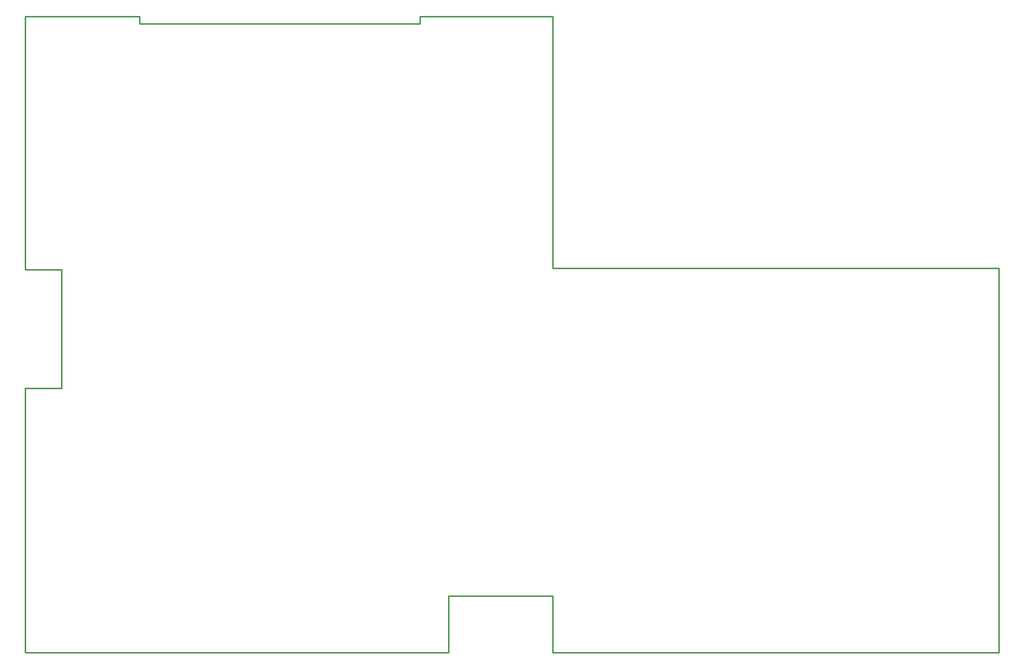
<source format=gbr>
G04 EAGLE Gerber RS-274X export*
G75*
%MOMM*%
%FSLAX34Y34*%
%LPD*%
%IN*%
%IPPOS*%
%AMOC8*
5,1,8,0,0,1.08239X$1,22.5*%
G01*
G04 Define Apertures*
%ADD10C,0.254000*%
D10*
X0Y-102500D02*
X740000Y-102500D01*
X740000Y-4000D01*
X922000Y-4000D01*
X922000Y-102500D01*
X1702000Y-102500D01*
X1702000Y569500D01*
X922000Y569500D01*
X922000Y1009500D01*
X690200Y1009500D01*
X690200Y997000D01*
X199700Y997000D01*
X199700Y1009500D01*
X0Y1009500D01*
X0Y566504D01*
X63540Y566504D01*
X63540Y359400D01*
X0Y359400D01*
X0Y-102500D01*
M02*

</source>
